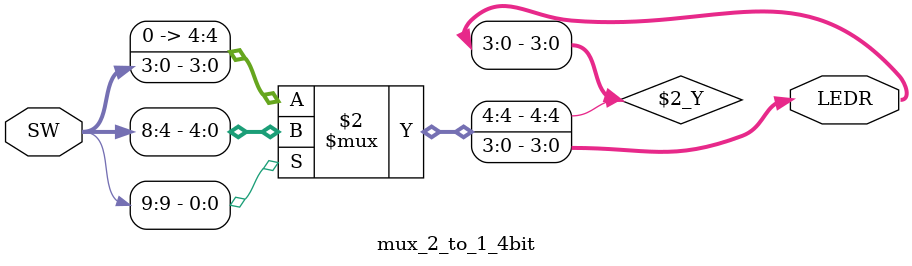
<source format=v>
module mux_2_to_1_4bit (SW, LEDR);
	input [9:0]SW;
	output [3:0]LEDR;
	assign LEDR[3:0] = SW[9]? SW[8:4] : SW[3:0];
endmodule

</source>
